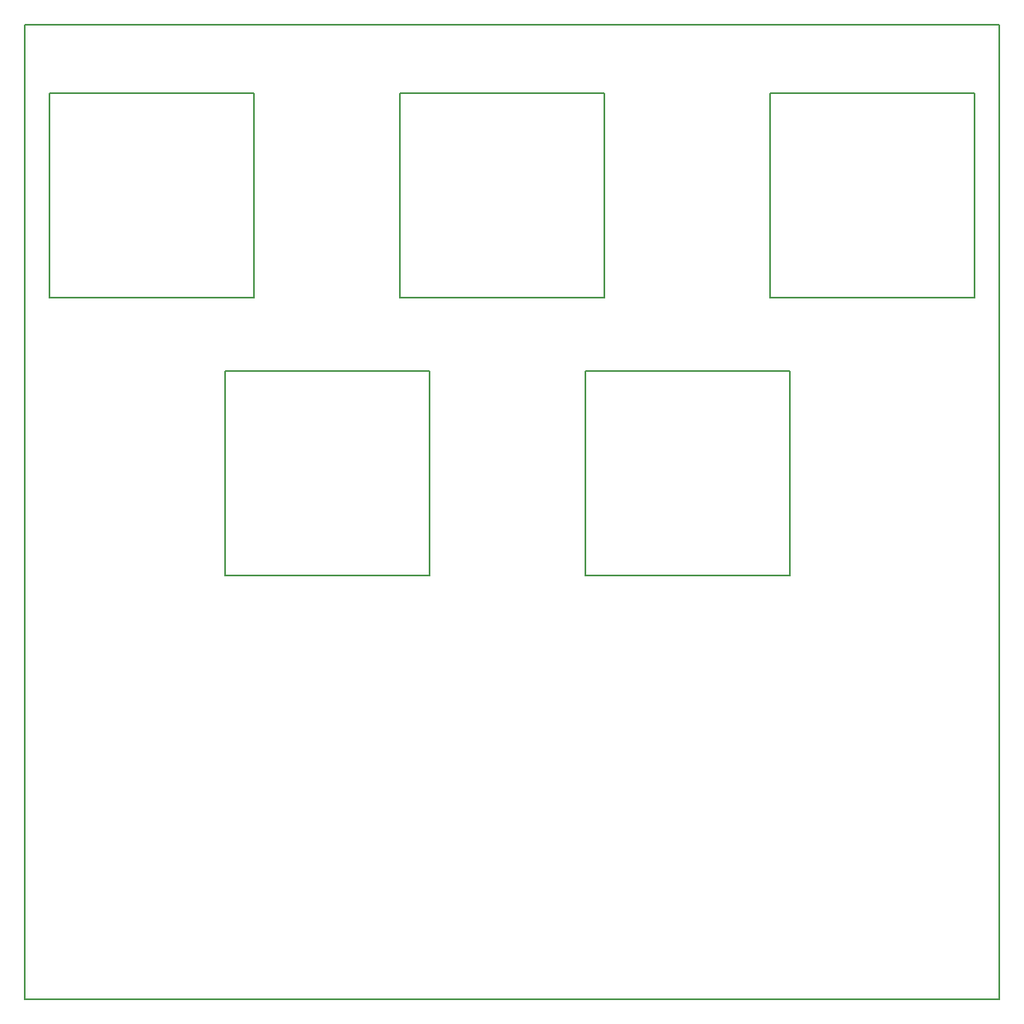
<source format=gbr>
G04 #@! TF.GenerationSoftware,KiCad,Pcbnew,(5.0.0)*
G04 #@! TF.CreationDate,2020-03-19T16:58:16-04:00*
G04 #@! TF.ProjectId,Grow_Lamp,47726F775F4C616D702E6B696361645F,rev?*
G04 #@! TF.SameCoordinates,Original*
G04 #@! TF.FileFunction,Profile,NP*
%FSLAX46Y46*%
G04 Gerber Fmt 4.6, Leading zero omitted, Abs format (unit mm)*
G04 Created by KiCad (PCBNEW (5.0.0)) date 03/19/20 16:58:16*
%MOMM*%
%LPD*%
G01*
G04 APERTURE LIST*
%ADD10C,0.150000*%
G04 APERTURE END LIST*
D10*
X113500000Y-62000000D02*
X113500000Y-83000000D01*
X92500000Y-62000000D02*
X113500000Y-62000000D01*
X92500000Y-83000000D02*
X92500000Y-62000000D01*
X113500000Y-83000000D02*
X92500000Y-83000000D01*
X149500000Y-62000000D02*
X149500000Y-83000000D01*
X128500000Y-62000000D02*
X149500000Y-62000000D01*
X128500000Y-83000000D02*
X128500000Y-62000000D01*
X149500000Y-83000000D02*
X128500000Y-83000000D01*
X166500000Y-62000000D02*
X166500000Y-83000000D01*
X187500000Y-62000000D02*
X166500000Y-62000000D01*
X187500000Y-83000000D02*
X187500000Y-62000000D01*
X166500000Y-83000000D02*
X187500000Y-83000000D01*
X147500000Y-90500000D02*
X147500000Y-111500000D01*
X168500000Y-90500000D02*
X147500000Y-90500000D01*
X168500000Y-111500000D02*
X168500000Y-90500000D01*
X147500000Y-111500000D02*
X168500000Y-111500000D01*
X110500000Y-90500000D02*
X110500000Y-111500000D01*
X131500000Y-90500000D02*
X110500000Y-90500000D01*
X131500000Y-111500000D02*
X131500000Y-90500000D01*
X110500000Y-111500000D02*
X131500000Y-111500000D01*
X90000000Y-55000000D02*
X90000000Y-155000000D01*
X190000000Y-55000000D02*
X90000000Y-55000000D01*
X190000000Y-155000000D02*
X190000000Y-55000000D01*
X90000000Y-155000000D02*
X190000000Y-155000000D01*
M02*

</source>
